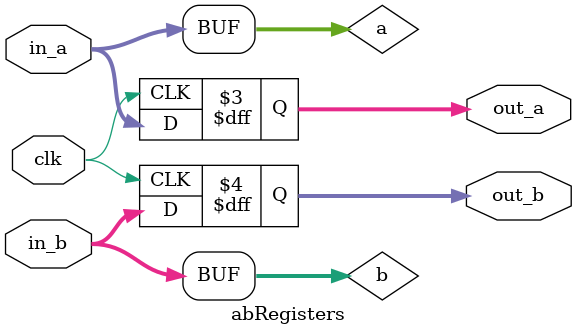
<source format=v>
`timescale 1ns / 1ps
module abRegisters(clk,in_a, in_b, out_a, out_b);
input clk;
input [31:0] in_a, in_b;
output reg [31:0] out_a, out_b;

reg [31:0] a,b;

always@(*) begin
a=in_a; b=in_b; end

always @(posedge clk) begin
out_a=a; out_b=b; end

endmodule

</source>
